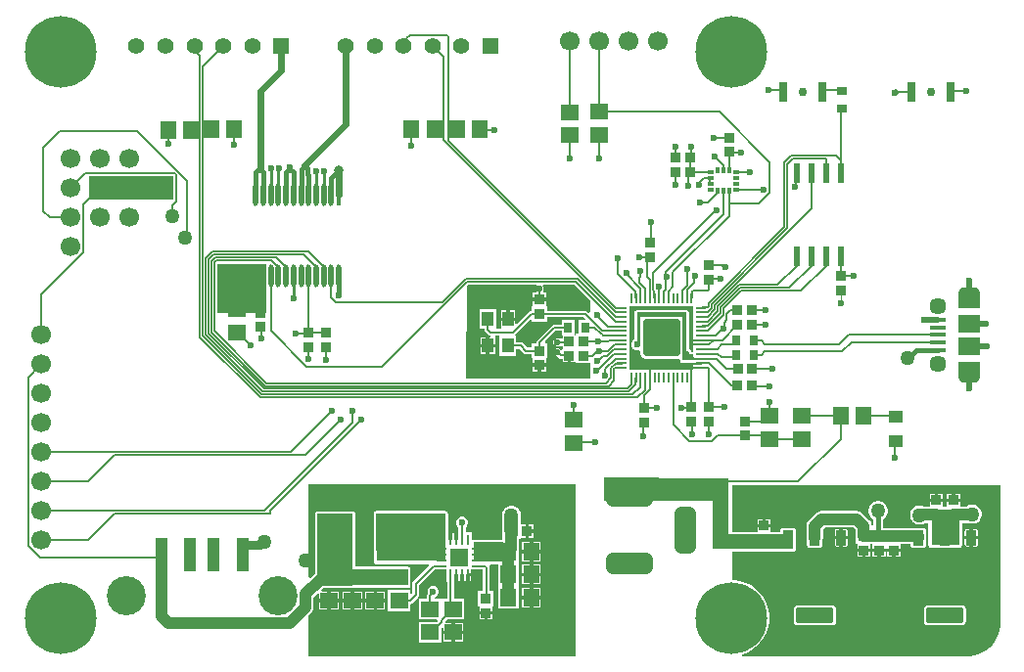
<source format=gtl>
G04*
G04 #@! TF.GenerationSoftware,Altium Limited,Altium Designer,22.11.1 (43)*
G04*
G04 Layer_Physical_Order=1*
G04 Layer_Color=255*
%FSLAX25Y25*%
%MOIN*%
G70*
G04*
G04 #@! TF.SameCoordinates,C353F027-9E8A-41FA-9674-E24DC2C26849*
G04*
G04*
G04 #@! TF.FilePolarity,Positive*
G04*
G01*
G75*
%ADD10C,0.00787*%
%ADD11C,0.00984*%
%ADD12C,0.01968*%
%ADD15C,0.00600*%
%ADD17C,0.00591*%
G04:AMPARAMS|DCode=19|XSize=63.39mil|YSize=22.84mil|CornerRadius=2.85mil|HoleSize=0mil|Usage=FLASHONLY|Rotation=270.000|XOffset=0mil|YOffset=0mil|HoleType=Round|Shape=RoundedRectangle|*
%AMROUNDEDRECTD19*
21,1,0.06339,0.01713,0,0,270.0*
21,1,0.05768,0.02284,0,0,270.0*
1,1,0.00571,-0.00856,-0.02884*
1,1,0.00571,-0.00856,0.02884*
1,1,0.00571,0.00856,0.02884*
1,1,0.00571,0.00856,-0.02884*
%
%ADD19ROUNDEDRECTD19*%
%ADD20R,0.01200X0.02100*%
%ADD21R,0.02100X0.01200*%
%ADD22R,0.04409X0.11339*%
%ADD23R,0.05512X0.05906*%
%ADD24R,0.05906X0.05512*%
G04:AMPARAMS|DCode=25|XSize=76.91mil|YSize=17.01mil|CornerRadius=8.51mil|HoleSize=0mil|Usage=FLASHONLY|Rotation=270.000|XOffset=0mil|YOffset=0mil|HoleType=Round|Shape=RoundedRectangle|*
%AMROUNDEDRECTD25*
21,1,0.07691,0.00000,0,0,270.0*
21,1,0.05990,0.01701,0,0,270.0*
1,1,0.01701,0.00000,-0.02995*
1,1,0.01701,0.00000,0.02995*
1,1,0.01701,0.00000,0.02995*
1,1,0.01701,0.00000,-0.02995*
%
%ADD25ROUNDEDRECTD25*%
%ADD26R,0.01701X0.07691*%
%ADD27R,0.03740X0.03740*%
%ADD28R,0.03740X0.03740*%
%ADD29R,0.02756X0.03543*%
%ADD30R,0.00787X0.03445*%
%ADD31R,0.03445X0.00787*%
%ADD32R,0.04134X0.05118*%
%ADD33R,0.05315X0.01575*%
%ADD34R,0.07480X0.05906*%
G04:AMPARAMS|DCode=35|XSize=51.58mil|YSize=127.56mil|CornerRadius=3.87mil|HoleSize=0mil|Usage=FLASHONLY|Rotation=270.000|XOffset=0mil|YOffset=0mil|HoleType=Round|Shape=RoundedRectangle|*
%AMROUNDEDRECTD35*
21,1,0.05158,0.11982,0,0,270.0*
21,1,0.04384,0.12756,0,0,270.0*
1,1,0.00774,-0.05991,-0.02192*
1,1,0.00774,-0.05991,0.02192*
1,1,0.00774,0.05991,0.02192*
1,1,0.00774,0.05991,-0.02192*
%
%ADD35ROUNDEDRECTD35*%
G04:AMPARAMS|DCode=36|XSize=51.58mil|YSize=36.61mil|CornerRadius=2.75mil|HoleSize=0mil|Usage=FLASHONLY|Rotation=270.000|XOffset=0mil|YOffset=0mil|HoleType=Round|Shape=RoundedRectangle|*
%AMROUNDEDRECTD36*
21,1,0.05158,0.03112,0,0,270.0*
21,1,0.04608,0.03661,0,0,270.0*
1,1,0.00549,-0.01556,-0.02304*
1,1,0.00549,-0.01556,0.02304*
1,1,0.00549,0.01556,0.02304*
1,1,0.00549,0.01556,-0.02304*
%
%ADD36ROUNDEDRECTD36*%
%ADD37R,0.09252X0.12598*%
%ADD38R,0.05900X0.05900*%
%ADD39R,0.01000X0.03600*%
%ADD40R,0.03600X0.01000*%
%ADD41R,0.05118X0.04331*%
%ADD42R,0.03150X0.06693*%
%ADD43R,0.03543X0.02756*%
G04:AMPARAMS|DCode=53|XSize=125.98mil|YSize=125.98mil|CornerRadius=6.3mil|HoleSize=0mil|Usage=FLASHONLY|Rotation=270.000|XOffset=0mil|YOffset=0mil|HoleType=Round|Shape=RoundedRectangle|*
%AMROUNDEDRECTD53*
21,1,0.12598,0.11339,0,0,270.0*
21,1,0.11339,0.12598,0,0,270.0*
1,1,0.01260,-0.05669,-0.05669*
1,1,0.01260,-0.05669,0.05669*
1,1,0.01260,0.05669,0.05669*
1,1,0.01260,0.05669,-0.05669*
%
%ADD53ROUNDEDRECTD53*%
%ADD63R,0.05512X0.05512*%
%ADD64C,0.05512*%
%ADD65C,0.06693*%
%ADD72C,0.24410*%
%ADD73C,0.02953*%
%ADD74C,0.00598*%
%ADD75C,0.03937*%
%ADD76C,0.03150*%
%ADD77C,0.01575*%
%ADD78C,0.02362*%
%ADD79C,0.00394*%
%ADD80C,0.04724*%
%ADD81R,0.10451X0.06500*%
%ADD82R,0.23763X0.16437*%
%ADD83R,0.29000X0.08000*%
%ADD84R,0.16535X0.16929*%
%ADD85R,0.18750X0.08100*%
%ADD86R,0.09800X0.12200*%
%ADD87R,0.18898X0.05610*%
%ADD88R,0.11909X0.24508*%
%ADD89C,0.13291*%
G04:AMPARAMS|DCode=90|XSize=62.99mil|YSize=47.24mil|CornerRadius=11.81mil|HoleSize=0mil|Usage=FLASHONLY|Rotation=180.000|XOffset=0mil|YOffset=0mil|HoleType=Round|Shape=RoundedRectangle|*
%AMROUNDEDRECTD90*
21,1,0.06299,0.02362,0,0,180.0*
21,1,0.03937,0.04724,0,0,180.0*
1,1,0.02362,-0.01968,0.01181*
1,1,0.02362,0.01968,0.01181*
1,1,0.02362,0.01968,-0.01181*
1,1,0.02362,-0.01968,-0.01181*
%
%ADD90ROUNDEDRECTD90*%
G04:AMPARAMS|DCode=91|XSize=62.99mil|YSize=39.37mil|CornerRadius=9.84mil|HoleSize=0mil|Usage=FLASHONLY|Rotation=180.000|XOffset=0mil|YOffset=0mil|HoleType=Round|Shape=RoundedRectangle|*
%AMROUNDEDRECTD91*
21,1,0.06299,0.01968,0,0,180.0*
21,1,0.04331,0.03937,0,0,180.0*
1,1,0.01968,-0.02165,0.00984*
1,1,0.01968,0.02165,0.00984*
1,1,0.01968,0.02165,-0.00984*
1,1,0.01968,-0.02165,-0.00984*
%
%ADD91ROUNDEDRECTD91*%
G04:AMPARAMS|DCode=92|XSize=157.48mil|YSize=70.87mil|CornerRadius=17.72mil|HoleSize=0mil|Usage=FLASHONLY|Rotation=270.000|XOffset=0mil|YOffset=0mil|HoleType=Round|Shape=RoundedRectangle|*
%AMROUNDEDRECTD92*
21,1,0.15748,0.03543,0,0,270.0*
21,1,0.12205,0.07087,0,0,270.0*
1,1,0.03543,-0.01772,-0.06102*
1,1,0.03543,-0.01772,0.06102*
1,1,0.03543,0.01772,0.06102*
1,1,0.03543,0.01772,-0.06102*
%
%ADD92ROUNDEDRECTD92*%
G04:AMPARAMS|DCode=93|XSize=157.48mil|YSize=70.87mil|CornerRadius=17.72mil|HoleSize=0mil|Usage=FLASHONLY|Rotation=180.000|XOffset=0mil|YOffset=0mil|HoleType=Round|Shape=RoundedRectangle|*
%AMROUNDEDRECTD93*
21,1,0.15748,0.03543,0,0,180.0*
21,1,0.12205,0.07087,0,0,180.0*
1,1,0.03543,-0.06102,0.01772*
1,1,0.03543,0.06102,0.01772*
1,1,0.03543,0.06102,-0.01772*
1,1,0.03543,-0.06102,-0.01772*
%
%ADD93ROUNDEDRECTD93*%
%ADD94C,0.05709*%
%ADD95C,0.02362*%
%ADD96C,0.05000*%
%ADD97C,0.03150*%
%ADD98C,0.04724*%
G36*
X157677Y14173D02*
X154134D01*
Y16142D01*
X157677Y16142D01*
Y14173D01*
D02*
G37*
G36*
X26850Y11656D02*
Y7631D01*
X26388Y7440D01*
X25933Y7895D01*
X25573Y8135D01*
X25149Y8220D01*
X12294D01*
Y9769D01*
X11900D01*
Y11443D01*
X7372D01*
Y9769D01*
X6979D01*
Y8220D01*
X6842D01*
X6418Y8135D01*
X6059Y7895D01*
X1830Y3667D01*
X1369Y3858D01*
Y4750D01*
X-1092D01*
X-3553D01*
Y2387D01*
X-3553D01*
X-3697Y1947D01*
X-4647D01*
X-5128Y1994D01*
Y8687D01*
X-10836D01*
Y1994D01*
X-9090D01*
Y1872D01*
X-9005Y1448D01*
X-8765Y1088D01*
X-7733Y56D01*
X-7374Y-184D01*
X-6950Y-268D01*
X-6965Y-762D01*
X-7391D01*
Y-3124D01*
X-5521D01*
Y-769D01*
X-5521Y-762D01*
X-5506Y-268D01*
X-4405D01*
X-3946Y-368D01*
Y-7061D01*
X1762D01*
Y-4823D01*
X2946D01*
X4295Y-6172D01*
X4654Y-6412D01*
X5078Y-6496D01*
X6979D01*
Y-8046D01*
X7372D01*
Y-9719D01*
X9636D01*
X11900D01*
Y-8046D01*
X12294D01*
Y-2731D01*
X11700D01*
X11509Y-2269D01*
X15057Y1280D01*
X17117D01*
Y-172D01*
X17510D01*
Y-1356D01*
X15450D01*
X14989Y-1448D01*
X14599Y-1709D01*
X14338Y-2100D01*
X14246Y-2561D01*
X14338Y-3022D01*
X14599Y-3412D01*
X14989Y-3673D01*
X15450Y-3765D01*
X17510D01*
Y-4601D01*
X17510D01*
Y-4798D01*
X17388Y-5034D01*
X16838Y-5157D01*
X16682Y-5000D01*
X16602Y-4881D01*
X16211Y-4620D01*
X15750Y-4528D01*
X15290Y-4620D01*
X14899Y-4881D01*
X14638Y-5271D01*
X14546Y-5732D01*
Y-5772D01*
X14546Y-5772D01*
X14638Y-6233D01*
X14899Y-6623D01*
X16088Y-7812D01*
X16478Y-8073D01*
X16939Y-8165D01*
X16939Y-8165D01*
X17510D01*
Y-9325D01*
X19184D01*
Y-7061D01*
X20365D01*
Y-9325D01*
X22038D01*
Y-9719D01*
X26850D01*
Y-14919D01*
X26750Y-14961D01*
X-14894D01*
X-15246Y-14605D01*
X-14964Y16612D01*
X-14577Y16999D01*
X8529D01*
X8771Y16499D01*
X8638Y16300D01*
X8546Y15839D01*
Y14297D01*
X7372D01*
Y12624D01*
X11900D01*
Y14297D01*
X10955D01*
Y15839D01*
X10863Y16300D01*
X10730Y16499D01*
X10972Y16999D01*
X21508D01*
X26850Y11656D01*
D02*
G37*
G36*
X159646Y9055D02*
X152165D01*
Y14173D01*
X159646D01*
Y9055D01*
D02*
G37*
G36*
X25286Y5408D02*
X25095Y4947D01*
X23022D01*
Y320D01*
X22038D01*
Y-73D01*
X21447D01*
Y4947D01*
X17117D01*
Y3495D01*
X14598D01*
X14175Y3411D01*
X13815Y3171D01*
X8853Y-1791D01*
X8613Y-2151D01*
X8528Y-2575D01*
Y-2731D01*
X6979D01*
Y-4280D01*
X5537D01*
X4188Y-2932D01*
X3829Y-2691D01*
X3405Y-2607D01*
X1762D01*
Y-368D01*
X1618D01*
X1493Y-168D01*
X1429Y132D01*
X6517Y5220D01*
X6979Y5028D01*
Y4454D01*
X12294D01*
Y6004D01*
X24690D01*
X25286Y5408D01*
D02*
G37*
G36*
X62000Y-5897D02*
X61498D01*
X61369Y-5585D01*
X60815Y-5031D01*
X60503Y-4902D01*
Y7700D01*
X60442Y8007D01*
X60268Y8268D01*
X60007Y8442D01*
X59700Y8503D01*
X42800D01*
X42493Y8442D01*
X42232Y8268D01*
X42058Y8007D01*
X41997Y7700D01*
Y6200D01*
Y-1591D01*
X41746Y-1695D01*
X41192Y-2249D01*
X40893Y-2972D01*
Y-3755D01*
X41192Y-4479D01*
X41746Y-5033D01*
X42470Y-5332D01*
X43253D01*
X43560Y-5205D01*
X44060Y-5539D01*
Y-6671D01*
X44170Y-7224D01*
X44484Y-7693D01*
X44952Y-8006D01*
X45505Y-8116D01*
X56844D01*
X56997Y-8085D01*
X57497Y-8495D01*
Y-8700D01*
X57558Y-9007D01*
X57732Y-9268D01*
X57993Y-9442D01*
X58300Y-9503D01*
X62000D01*
Y-11800D01*
X40300D01*
Y9700D01*
X62000D01*
Y-5897D01*
D02*
G37*
G36*
X59700Y-6700D02*
X62000D01*
Y-7600D01*
X62200D01*
Y-8700D01*
X58300D01*
Y-6700D01*
Y6200D01*
X44000D01*
Y-4000D01*
X42800D01*
Y6200D01*
Y7700D01*
X59700D01*
Y-6700D01*
D02*
G37*
G36*
X159646Y-14173D02*
X152165D01*
Y-9055D01*
X159646D01*
Y-14173D01*
D02*
G37*
G36*
X157677Y-16142D02*
X154134Y-16142D01*
Y-14173D01*
X157677D01*
Y-16142D01*
D02*
G37*
G36*
X73900Y-49100D02*
Y-67900D01*
X96100D01*
Y-73000D01*
X68445D01*
Y-67900D01*
X68655D01*
X68500Y-67845D01*
Y-56600D01*
X48710D01*
Y-55490D01*
X40400D01*
Y-54900D01*
X39810D01*
Y-50921D01*
X34298D01*
X33453Y-51089D01*
X32737Y-51567D01*
X32628Y-51729D01*
X32132Y-51572D01*
X32200Y-49000D01*
X73800D01*
X73900Y-49100D01*
D02*
G37*
G36*
X22047Y-109433D02*
X-68898D01*
Y-95591D01*
X-68067Y-94760D01*
X-67625Y-94184D01*
X-67347Y-93514D01*
X-67253Y-92794D01*
Y-89484D01*
X-65816Y-88047D01*
X-65354Y-88239D01*
Y-89961D01*
X-62598D01*
Y-87402D01*
X-64517D01*
X-64709Y-86940D01*
X-64013Y-86244D01*
X-62795D01*
X-62732Y-86236D01*
X-35039D01*
X-34962Y-86221D01*
X-34449D01*
Y-85967D01*
X-34298Y-85740D01*
X-34236Y-85433D01*
Y-79823D01*
X-34298Y-79516D01*
X-34449Y-79289D01*
Y-79134D01*
X-34653D01*
X-34732Y-79081D01*
X-35039Y-79020D01*
X-53134D01*
Y-60925D01*
X-53195Y-60618D01*
X-53248Y-60539D01*
Y-60236D01*
X-53551D01*
X-53630Y-60184D01*
X-53937Y-60122D01*
X-65847D01*
X-66154Y-60184D01*
X-66414Y-60357D01*
X-66588Y-60618D01*
X-66649Y-60925D01*
Y-81130D01*
X-67130Y-81499D01*
X-68436Y-82805D01*
X-68898Y-82613D01*
Y-50787D01*
X22047D01*
Y-109433D01*
D02*
G37*
G36*
X166520Y-98425D02*
Y-99147D01*
X166332Y-100577D01*
X165958Y-101971D01*
X165406Y-103305D01*
X164684Y-104554D01*
X163806Y-105699D01*
X162786Y-106719D01*
X161641Y-107598D01*
X160391Y-108319D01*
X159058Y-108872D01*
X157664Y-109245D01*
X156233Y-109433D01*
X78526D01*
X78447Y-108933D01*
X79790Y-108497D01*
X81612Y-107569D01*
X83267Y-106367D01*
X84713Y-104920D01*
X85915Y-103266D01*
X86843Y-101444D01*
X87475Y-99499D01*
X87795Y-97479D01*
Y-95434D01*
X87475Y-93414D01*
X86843Y-91469D01*
X85915Y-89647D01*
X84713Y-87993D01*
X83267Y-86547D01*
X81612Y-85345D01*
X79790Y-84416D01*
X77846Y-83785D01*
X75826Y-83465D01*
X75197D01*
Y-73803D01*
X96100D01*
X96407Y-73742D01*
X96668Y-73568D01*
X96842Y-73307D01*
X96903Y-73000D01*
Y-71754D01*
X96970Y-71418D01*
Y-66810D01*
X96887Y-66396D01*
X96653Y-66044D01*
X96301Y-65810D01*
X95887Y-65727D01*
X92775D01*
X92360Y-65810D01*
X92009Y-66044D01*
X91774Y-66396D01*
X91692Y-66810D01*
Y-67097D01*
X88364D01*
Y-65630D01*
X83836D01*
Y-67097D01*
X75197D01*
Y-51181D01*
X166520D01*
Y-98425D01*
D02*
G37*
%LPC*%
G36*
X1369Y8293D02*
X-502D01*
Y5931D01*
X1369D01*
Y8293D01*
D02*
G37*
G36*
X-1683D02*
X-3553D01*
Y5931D01*
X-1683D01*
Y8293D01*
D02*
G37*
G36*
X-8573Y-762D02*
X-10442D01*
Y-3124D01*
X-8573D01*
Y-762D01*
D02*
G37*
G36*
X-5521Y-4306D02*
X-7391D01*
Y-6668D01*
X-5521D01*
Y-4306D01*
D02*
G37*
G36*
X-8573D02*
X-10442D01*
Y-6668D01*
X-8573D01*
Y-4306D01*
D02*
G37*
G36*
X11900Y-10900D02*
X10227D01*
Y-12573D01*
X11900D01*
Y-10900D01*
D02*
G37*
G36*
X9046D02*
X7372D01*
Y-12573D01*
X9046D01*
Y-10900D01*
D02*
G37*
G36*
X46502Y-50921D02*
X40991D01*
Y-54309D01*
X48710D01*
Y-53128D01*
X48542Y-52284D01*
X48063Y-51567D01*
X47347Y-51089D01*
X46502Y-50921D01*
D02*
G37*
G36*
X7677Y-64665D02*
X6004D01*
Y-66339D01*
X7677D01*
Y-64665D01*
D02*
G37*
G36*
Y-67520D02*
X6004D01*
Y-69193D01*
X7677D01*
Y-67520D01*
D02*
G37*
G36*
X533Y-58313D02*
X-333D01*
X-1169Y-58537D01*
X-1918Y-58969D01*
X-2531Y-59582D01*
X-2963Y-60331D01*
X-3187Y-61167D01*
Y-62033D01*
X-3130Y-62249D01*
Y-66699D01*
X-3021Y-67521D01*
X-2977Y-67629D01*
Y-69997D01*
X-13051D01*
X-13475Y-69581D01*
Y-67305D01*
X-15528D01*
Y-65556D01*
X-15064Y-65091D01*
X-14764Y-64368D01*
Y-63585D01*
X-15064Y-62861D01*
X-15617Y-62308D01*
X-16341Y-62008D01*
X-17124D01*
X-17847Y-62308D01*
X-18401Y-62861D01*
X-18701Y-63585D01*
Y-64368D01*
X-18401Y-65091D01*
X-17936Y-65556D01*
Y-67305D01*
X-18019D01*
Y-67699D01*
X-18110D01*
Y-69893D01*
X-19291D01*
Y-67699D01*
X-19594D01*
Y-67699D01*
X-19776D01*
Y-67699D01*
X-20079D01*
Y-69893D01*
X-21260D01*
Y-67699D01*
X-21497D01*
Y-60827D01*
X-21558Y-60519D01*
X-21732Y-60259D01*
X-21993Y-60085D01*
X-22300Y-60024D01*
X-46063D01*
X-46370Y-60085D01*
X-46597Y-60236D01*
X-46752D01*
Y-60441D01*
X-46805Y-60519D01*
X-46866Y-60827D01*
Y-77264D01*
X-46805Y-77571D01*
X-46631Y-77832D01*
X-46370Y-78005D01*
X-46063Y-78067D01*
X-28061D01*
X-27869Y-78528D01*
X-33332Y-83991D01*
X-33593Y-84382D01*
X-33685Y-84842D01*
X-33685Y-84843D01*
Y-88035D01*
X-33982Y-88276D01*
X-34449Y-88072D01*
Y-87008D01*
X-41929D01*
Y-94095D01*
X-34449D01*
Y-91755D01*
X-34449Y-91755D01*
X-33988Y-91664D01*
X-33597Y-91403D01*
X-31629Y-89434D01*
X-31629Y-89434D01*
X-31368Y-89043D01*
X-31276Y-88583D01*
Y-85341D01*
X-25969Y-80034D01*
X-21957D01*
Y-84280D01*
X-21874D01*
Y-89961D01*
X-23319D01*
X-23425Y-89961D01*
Y-89961D01*
X-23819D01*
Y-89961D01*
X-25827D01*
X-25927Y-89461D01*
X-25460Y-89267D01*
X-24906Y-88714D01*
X-24606Y-87990D01*
Y-87207D01*
X-24906Y-86483D01*
X-25460Y-85930D01*
X-26183Y-85630D01*
X-26966D01*
X-27690Y-85930D01*
X-28244Y-86483D01*
X-28543Y-87207D01*
Y-87990D01*
X-28450Y-88216D01*
X-28672Y-88548D01*
X-28763Y-89009D01*
X-28763Y-89009D01*
Y-89961D01*
X-31299D01*
Y-97047D01*
X-25339D01*
X-25140Y-97504D01*
X-25404Y-97835D01*
X-31299D01*
Y-104921D01*
X-23819D01*
Y-99737D01*
X-23468Y-99448D01*
X-23031Y-99634D01*
Y-100787D01*
X-20276D01*
Y-98228D01*
X-22102D01*
X-22398Y-97868D01*
X-22403Y-97728D01*
X-21722Y-97047D01*
X-15945D01*
Y-89961D01*
X-19466D01*
Y-84352D01*
X-19426Y-84280D01*
X-19382D01*
Y-84240D01*
X-19291Y-84149D01*
Y-81693D01*
X-18110D01*
Y-83887D01*
X-17807D01*
X-17322Y-83887D01*
Y-81693D01*
X-16141D01*
Y-83887D01*
X-15838D01*
X-15353Y-83887D01*
Y-81693D01*
X-14763D01*
Y-81102D01*
X-13869D01*
Y-80034D01*
X-9669D01*
Y-87182D01*
X-11258D01*
Y-92497D01*
X-10864D01*
Y-94170D01*
X-6336D01*
Y-92497D01*
X-5943D01*
Y-87182D01*
X-7260D01*
Y-79208D01*
X-7260Y-79208D01*
X-7352Y-78747D01*
X-7448Y-78603D01*
X-7181Y-78103D01*
X-4528D01*
Y-85433D01*
X-4528D01*
Y-85827D01*
X-4528D01*
Y-93307D01*
X2559D01*
Y-85827D01*
X2559D01*
Y-85433D01*
X2559D01*
Y-77953D01*
X2559D01*
Y-77559D01*
X2559D01*
Y-73212D01*
X2583Y-73032D01*
Y-69587D01*
X3150D01*
Y-69193D01*
X4823D01*
Y-66929D01*
Y-64665D01*
X3224D01*
Y-62642D01*
X3387Y-62033D01*
Y-61167D01*
X3163Y-60331D01*
X2731Y-59582D01*
X2118Y-58969D01*
X1369Y-58537D01*
X533Y-58313D01*
D02*
G37*
G36*
X10039Y-70473D02*
X7480D01*
Y-73228D01*
X10039D01*
Y-70473D01*
D02*
G37*
G36*
X6299D02*
X3740D01*
Y-73228D01*
X6299D01*
Y-70473D01*
D02*
G37*
G36*
X10039Y-74410D02*
X7480D01*
Y-77165D01*
X10039D01*
Y-74410D01*
D02*
G37*
G36*
X6299D02*
X3740D01*
Y-77165D01*
X6299D01*
Y-74410D01*
D02*
G37*
G36*
X10039Y-78347D02*
X7480D01*
Y-81102D01*
X10039D01*
Y-78347D01*
D02*
G37*
G36*
X6299D02*
X3740D01*
Y-81102D01*
X6299D01*
Y-78347D01*
D02*
G37*
G36*
X-13869Y-82284D02*
X-14172D01*
Y-83887D01*
X-13869D01*
Y-82284D01*
D02*
G37*
G36*
X10039D02*
X7480D01*
Y-85039D01*
X10039D01*
Y-82284D01*
D02*
G37*
G36*
X6299D02*
X3740D01*
Y-85039D01*
X6299D01*
Y-82284D01*
D02*
G37*
G36*
X10039Y-86221D02*
X7480D01*
Y-88976D01*
X10039D01*
Y-86221D01*
D02*
G37*
G36*
X6299D02*
X3740D01*
Y-88976D01*
X6299D01*
Y-86221D01*
D02*
G37*
G36*
X-42913Y-87402D02*
X-45669D01*
Y-89961D01*
X-42913D01*
Y-87402D01*
D02*
G37*
G36*
X-58661D02*
X-61417D01*
Y-89961D01*
X-58661D01*
Y-87402D01*
D02*
G37*
G36*
X-50787D02*
X-53543D01*
Y-89961D01*
X-50787D01*
Y-87402D01*
D02*
G37*
G36*
X-54724D02*
X-57480D01*
Y-89961D01*
X-54724D01*
Y-87402D01*
D02*
G37*
G36*
X-46850D02*
X-49606D01*
Y-89961D01*
X-46850D01*
Y-87402D01*
D02*
G37*
G36*
X10039Y-90158D02*
X7480D01*
Y-92913D01*
X10039D01*
Y-90158D01*
D02*
G37*
G36*
X6299D02*
X3740D01*
Y-92913D01*
X6299D01*
Y-90158D01*
D02*
G37*
G36*
X-42913Y-91142D02*
X-45669D01*
Y-93701D01*
X-42913D01*
Y-91142D01*
D02*
G37*
G36*
X-46850D02*
X-49606D01*
Y-93701D01*
X-46850D01*
Y-91142D01*
D02*
G37*
G36*
X-50787D02*
X-53543D01*
Y-93701D01*
X-50787D01*
Y-91142D01*
D02*
G37*
G36*
X-54724D02*
X-57480D01*
Y-93701D01*
X-54724D01*
Y-91142D01*
D02*
G37*
G36*
X-58661D02*
X-61417D01*
Y-93701D01*
X-58661D01*
Y-91142D01*
D02*
G37*
G36*
X-62598D02*
X-65354D01*
Y-93701D01*
X-62598D01*
Y-91142D01*
D02*
G37*
G36*
X-6336Y-95351D02*
X-8009D01*
Y-97024D01*
X-6336D01*
Y-95351D01*
D02*
G37*
G36*
X-9191D02*
X-10864D01*
Y-97024D01*
X-9191D01*
Y-95351D01*
D02*
G37*
G36*
X-16339Y-98228D02*
X-19094D01*
Y-100787D01*
X-16339D01*
Y-98228D01*
D02*
G37*
G36*
Y-101969D02*
X-19094D01*
Y-104527D01*
X-16339D01*
Y-101969D01*
D02*
G37*
G36*
X-20276D02*
X-23031D01*
Y-104527D01*
X-20276D01*
Y-101969D01*
D02*
G37*
G36*
X152918Y-54105D02*
X151245D01*
Y-55778D01*
X152918D01*
Y-54105D01*
D02*
G37*
G36*
X150064D02*
X148391D01*
Y-55778D01*
X150064D01*
Y-54105D01*
D02*
G37*
G36*
X147013D02*
X145339D01*
Y-55778D01*
X147013D01*
Y-54105D01*
D02*
G37*
G36*
X144158D02*
X142485D01*
Y-55778D01*
X144158D01*
Y-54105D01*
D02*
G37*
G36*
X152918Y-56959D02*
X148391D01*
Y-58632D01*
X147997D01*
Y-58697D01*
X147406D01*
Y-58632D01*
X147013D01*
Y-56959D01*
X142485D01*
Y-58510D01*
X140669D01*
X140369Y-58337D01*
X139533Y-58113D01*
X138667D01*
X137831Y-58337D01*
X137082Y-58769D01*
X136469Y-59382D01*
X136037Y-60131D01*
X135813Y-60967D01*
Y-61833D01*
X136037Y-62669D01*
X136469Y-63419D01*
X137082Y-64031D01*
X137831Y-64463D01*
X138667Y-64687D01*
X139533D01*
X140369Y-64463D01*
X141051Y-64069D01*
X142097D01*
Y-71700D01*
X142158Y-72007D01*
X142332Y-72268D01*
X142593Y-72442D01*
X142900Y-72503D01*
X152700D01*
X153007Y-72442D01*
X153268Y-72268D01*
X153442Y-72007D01*
X153503Y-71700D01*
Y-64069D01*
X155568D01*
X155731Y-64163D01*
X156567Y-64387D01*
X157433D01*
X158269Y-64163D01*
X159019Y-63731D01*
X159631Y-63118D01*
X160063Y-62369D01*
X160287Y-61533D01*
Y-60667D01*
X160063Y-59831D01*
X159631Y-59082D01*
X159019Y-58469D01*
X158269Y-58037D01*
X157433Y-57813D01*
X156567D01*
X155731Y-58037D01*
X154982Y-58469D01*
X154941Y-58510D01*
X152918D01*
Y-56959D01*
D02*
G37*
G36*
X88364Y-62776D02*
X86690D01*
Y-64449D01*
X88364D01*
Y-62776D01*
D02*
G37*
G36*
X85510D02*
X83836D01*
Y-64449D01*
X85510D01*
Y-62776D01*
D02*
G37*
G36*
X125433Y-56713D02*
X124567D01*
X123731Y-56937D01*
X122982Y-57369D01*
X122369Y-57981D01*
X121937Y-58731D01*
X121713Y-59567D01*
Y-60433D01*
X121937Y-61269D01*
X122369Y-62019D01*
X122982Y-62631D01*
X123394Y-62869D01*
Y-65724D01*
X122858D01*
Y-65106D01*
X122764Y-64387D01*
X122486Y-63716D01*
X122044Y-63141D01*
X119738Y-60834D01*
X119162Y-60393D01*
X118492Y-60115D01*
X117772Y-60020D01*
X105653D01*
X104933Y-60115D01*
X104263Y-60393D01*
X103687Y-60834D01*
X101381Y-63141D01*
X100939Y-63716D01*
X100662Y-64387D01*
X100567Y-65106D01*
Y-69114D01*
X100662Y-69834D01*
X100707Y-69945D01*
Y-71418D01*
X100790Y-71833D01*
X101025Y-72184D01*
X101376Y-72419D01*
X101790Y-72501D01*
X104903D01*
X105317Y-72419D01*
X105668Y-72184D01*
X105903Y-71833D01*
X105985Y-71418D01*
Y-69945D01*
X106031Y-69834D01*
X106126Y-69114D01*
Y-66258D01*
X106804Y-65580D01*
X116621D01*
X117299Y-66258D01*
Y-68504D01*
X117394Y-69223D01*
X117421Y-69290D01*
Y-71161D01*
X117815D01*
Y-72835D01*
X120079D01*
X122343D01*
Y-71284D01*
X122933D01*
Y-72835D01*
X125197D01*
X127461D01*
Y-71284D01*
X128051D01*
Y-72835D01*
X130315D01*
X132579D01*
Y-71284D01*
X135983D01*
Y-71418D01*
X136066Y-71833D01*
X136300Y-72184D01*
X136652Y-72419D01*
X137066Y-72501D01*
X140178D01*
X140593Y-72419D01*
X140944Y-72184D01*
X141179Y-71833D01*
X141261Y-71418D01*
Y-69945D01*
X141307Y-69834D01*
X141402Y-69114D01*
Y-68642D01*
X141307Y-67922D01*
X141261Y-67811D01*
Y-66810D01*
X141179Y-66396D01*
X140944Y-66044D01*
X140593Y-65810D01*
X140178Y-65727D01*
X138507D01*
X138484Y-65724D01*
X130610D01*
X130610Y-65724D01*
X126606D01*
Y-62869D01*
X127018Y-62631D01*
X127631Y-62019D01*
X128063Y-61269D01*
X128287Y-60433D01*
Y-59567D01*
X128063Y-58731D01*
X127631Y-57981D01*
X127018Y-57369D01*
X126269Y-56937D01*
X125433Y-56713D01*
D02*
G37*
G36*
X113918Y-66129D02*
X112953D01*
Y-68524D01*
X114600D01*
Y-66810D01*
X114548Y-66549D01*
X114400Y-66328D01*
X114179Y-66180D01*
X113918Y-66129D01*
D02*
G37*
G36*
X111772D02*
X110806D01*
X110545Y-66180D01*
X110324Y-66328D01*
X110177Y-66549D01*
X110125Y-66810D01*
Y-68524D01*
X111772D01*
Y-66129D01*
D02*
G37*
G36*
X158210D02*
X157244D01*
Y-68524D01*
X158891D01*
Y-66810D01*
X158839Y-66549D01*
X158692Y-66328D01*
X158470Y-66180D01*
X158210Y-66129D01*
D02*
G37*
G36*
X156063D02*
X155097D01*
X154837Y-66180D01*
X154616Y-66328D01*
X154468Y-66549D01*
X154416Y-66810D01*
Y-68524D01*
X156063D01*
Y-66129D01*
D02*
G37*
G36*
X158891Y-69705D02*
X157244D01*
Y-72100D01*
X158210D01*
X158470Y-72048D01*
X158692Y-71900D01*
X158839Y-71679D01*
X158891Y-71418D01*
Y-69705D01*
D02*
G37*
G36*
X156063D02*
X154416D01*
Y-71418D01*
X154468Y-71679D01*
X154616Y-71900D01*
X154837Y-72048D01*
X155097Y-72100D01*
X156063D01*
Y-69705D01*
D02*
G37*
G36*
X114600Y-69705D02*
X112953D01*
Y-72100D01*
X113918D01*
X114179Y-72048D01*
X114400Y-71900D01*
X114548Y-71679D01*
X114600Y-71418D01*
Y-69705D01*
D02*
G37*
G36*
X111772D02*
X110125D01*
Y-71418D01*
X110177Y-71679D01*
X110324Y-71900D01*
X110545Y-72048D01*
X110806Y-72100D01*
X111772D01*
Y-69705D01*
D02*
G37*
G36*
X132579Y-74016D02*
X130905D01*
Y-75689D01*
X132579D01*
Y-74016D01*
D02*
G37*
G36*
X129724D02*
X128051D01*
Y-75689D01*
X129724D01*
Y-74016D01*
D02*
G37*
G36*
X127461D02*
X125787D01*
Y-75689D01*
X127461D01*
Y-74016D01*
D02*
G37*
G36*
X124606D02*
X122933D01*
Y-75689D01*
X124606D01*
Y-74016D01*
D02*
G37*
G36*
X122343D02*
X120669D01*
Y-75689D01*
X122343D01*
Y-74016D01*
D02*
G37*
G36*
X119488D02*
X117815D01*
Y-75689D01*
X119488D01*
Y-74016D01*
D02*
G37*
G36*
X153629Y-92064D02*
X141647D01*
X141189Y-92155D01*
X140800Y-92414D01*
X140541Y-92803D01*
X140450Y-93261D01*
Y-97645D01*
X140541Y-98103D01*
X140800Y-98491D01*
X141189Y-98751D01*
X141647Y-98842D01*
X153629D01*
X154087Y-98751D01*
X154475Y-98491D01*
X154735Y-98103D01*
X154826Y-97645D01*
Y-93261D01*
X154735Y-92803D01*
X154475Y-92414D01*
X154087Y-92155D01*
X153629Y-92064D01*
D02*
G37*
G36*
X109338D02*
X97355D01*
X96897Y-92155D01*
X96509Y-92414D01*
X96249Y-92803D01*
X96158Y-93261D01*
Y-97645D01*
X96249Y-98103D01*
X96509Y-98491D01*
X96897Y-98751D01*
X97355Y-98842D01*
X109338D01*
X109796Y-98751D01*
X110184Y-98491D01*
X110444Y-98103D01*
X110535Y-97645D01*
Y-93261D01*
X110444Y-92803D01*
X110184Y-92414D01*
X109796Y-92155D01*
X109338Y-92064D01*
D02*
G37*
%LPD*%
D10*
X15750Y-5772D02*
Y-5732D01*
Y-5772D02*
X16939Y-6961D01*
X19673D01*
X15450Y-2561D02*
X19550D01*
X19673Y-6961D02*
X19774Y-7061D01*
X19550Y-2561D02*
X19774Y-2337D01*
X67300Y-33900D02*
Y-29463D01*
X67317Y-29447D01*
X-27559Y-89009D02*
X-26575Y-88025D01*
Y-87598D01*
X-27559Y-93504D02*
Y-89009D01*
X-16732Y-63976D02*
X-16732Y-63977D01*
Y-69893D02*
Y-63977D01*
Y-69893D02*
X-16732Y-69893D01*
X9750Y12147D02*
Y15839D01*
X9636Y12033D02*
X9750Y12147D01*
X62262Y-8088D02*
X64708D01*
X-23622Y-97244D02*
X-19882Y-93504D01*
X-24803Y-99016D02*
X-23622Y-97835D01*
Y-97244D01*
X-19882Y-93504D02*
X-19685D01*
X-27559Y-101378D02*
X-25197Y-99016D01*
X-24803D01*
X-32480Y-84842D02*
X-26384Y-78746D01*
X-32480Y-88583D02*
Y-84842D01*
X-34449Y-90551D02*
X-32480Y-88583D01*
X-38189Y-90551D02*
X-34449D01*
X-26384Y-78746D02*
X-23616D01*
X-20670Y-92519D02*
X-19685Y-93504D01*
X-20670Y-92519D02*
Y-81693D01*
X-8926Y-78746D02*
X-8465Y-79208D01*
Y-89567D02*
Y-79208D01*
X-11816Y-78746D02*
X-8926D01*
D11*
X-66486Y47787D02*
Y55856D01*
X-66535Y55905D02*
X-66486Y55856D01*
Y47787D02*
X-66437Y47737D01*
X-79232Y56595D02*
X-79134Y56693D01*
X-79232Y47737D02*
Y56595D01*
X-81840Y47787D02*
Y56447D01*
X-81595Y56693D01*
X-81840Y47787D02*
X-81791Y47737D01*
X-63829Y47787D02*
Y55856D01*
X-63878Y47737D02*
X-63829Y47787D01*
X-74065Y12648D02*
Y19930D01*
X-74114Y19979D02*
X-74065Y19930D01*
Y12648D02*
X-74016Y12598D01*
D12*
X158661Y-14173D02*
X158169Y-13321D01*
X157185D01*
X156693Y-14173D01*
X157185Y-15026D01*
X158169D01*
X158661Y-14173D01*
X155118D02*
X154626Y-13321D01*
X153642D01*
X153150Y-14173D01*
X153642Y-15026D01*
X154626D01*
X155118Y-14173D01*
X158661Y14173D02*
X158169Y15026D01*
X157185D01*
X156693Y14173D01*
X157185Y13321D01*
X158169D01*
X158661Y14173D01*
X155118D02*
X154626Y15026D01*
X153642D01*
X153150Y14173D01*
X153642Y13321D01*
X154626D01*
X155118Y14173D01*
X130700Y82500D02*
X130807D01*
X130984Y82677D01*
X140718Y5118D02*
X145276D01*
X140700Y5100D02*
X140718Y5118D01*
X155900Y18400D02*
X155905Y18395D01*
Y13780D02*
Y18395D01*
X156043Y-3800D02*
X161800D01*
X155905Y-3937D02*
X156043Y-3800D01*
X156142Y3700D02*
X161700D01*
X155905Y3937D02*
X156142Y3700D01*
X155900Y-18100D02*
X155905Y-18094D01*
Y-13780D01*
D15*
X70269Y-6513D02*
X71450Y-7694D01*
X75978D01*
X76765Y-6907D01*
X64708Y-6513D02*
X70269D01*
X64708Y-4939D02*
X70119D01*
X71699Y-3359D01*
X75687D01*
X76765Y-2281D01*
Y-1887D01*
D17*
X85132D02*
X86362Y-3118D01*
X111676D01*
X82671Y-1887D02*
X85132D01*
X111676Y-3118D02*
X114794Y0D01*
X82671Y-6907D02*
X85132D01*
X86362Y-5677D02*
X112736D01*
X85132Y-6907D02*
X86362Y-5677D01*
X112736D02*
X115854Y-2559D01*
X145276D01*
X114794Y0D02*
X145276D01*
D19*
X112200Y26707D02*
D03*
X107200D02*
D03*
X102200D02*
D03*
X97200D02*
D03*
Y55093D02*
D03*
X102200D02*
D03*
X107200D02*
D03*
X112200D02*
D03*
D20*
X74269Y49000D02*
D03*
X72300D02*
D03*
X70332D02*
D03*
Y56000D02*
D03*
X72300D02*
D03*
X74269D02*
D03*
D21*
X67850Y49547D02*
D03*
Y51516D02*
D03*
Y53484D02*
D03*
Y55453D02*
D03*
X76750D02*
D03*
Y53484D02*
D03*
Y51516D02*
D03*
Y49547D02*
D03*
D22*
X-119079Y-74805D02*
D03*
X-109237D02*
D03*
X-101363D02*
D03*
X-91521D02*
D03*
D23*
X-116874Y69900D02*
D03*
X-109000D02*
D03*
X-94226Y70000D02*
D03*
X-102100D02*
D03*
X-18500D02*
D03*
X-10626D02*
D03*
X-26100D02*
D03*
X-33974D02*
D03*
X112205Y-27559D02*
D03*
X120079D02*
D03*
X-984Y-73819D02*
D03*
X6890D02*
D03*
X-984Y-89567D02*
D03*
X6890D02*
D03*
X-984Y-81693D02*
D03*
X6890D02*
D03*
D24*
X20000Y68063D02*
D03*
Y75937D02*
D03*
X30000Y68126D02*
D03*
Y76000D02*
D03*
X87795Y-35433D02*
D03*
X21400Y-28863D02*
D03*
Y-36737D02*
D03*
X-38189Y-82677D02*
D03*
Y-90551D02*
D03*
X-46260Y-82677D02*
D03*
Y-90551D02*
D03*
X87795Y-27559D02*
D03*
X-93307Y8661D02*
D03*
Y787D02*
D03*
X98819Y-27559D02*
D03*
Y-35433D02*
D03*
X-19685Y-101378D02*
D03*
Y-93504D02*
D03*
X-27559Y-101378D02*
D03*
Y-93504D02*
D03*
X-54134Y-90551D02*
D03*
Y-82677D02*
D03*
X-62008Y-90551D02*
D03*
Y-82677D02*
D03*
D25*
X-58760Y19979D02*
D03*
X-61319D02*
D03*
X-63878D02*
D03*
X-66437D02*
D03*
X-68996D02*
D03*
X-71555D02*
D03*
X-74114D02*
D03*
X-76673D02*
D03*
X-79232D02*
D03*
X-81791D02*
D03*
X-84350D02*
D03*
X-86910D02*
D03*
Y47737D02*
D03*
X-84350D02*
D03*
X-81791D02*
D03*
X-79232D02*
D03*
X-76673D02*
D03*
X-74114D02*
D03*
X-71555D02*
D03*
X-68996D02*
D03*
X-66437D02*
D03*
X-63878D02*
D03*
X-61319D02*
D03*
D26*
X-58760D02*
D03*
D27*
X-85433Y2657D02*
D03*
Y7579D02*
D03*
X112200Y15139D02*
D03*
Y20061D02*
D03*
X9636Y12033D02*
D03*
Y7112D02*
D03*
Y-10309D02*
D03*
Y-5388D02*
D03*
X67317Y-29447D02*
D03*
Y-24525D02*
D03*
X45269Y-29742D02*
D03*
Y-24821D02*
D03*
X67400Y23861D02*
D03*
Y18939D02*
D03*
X61411Y-29447D02*
D03*
Y-24525D02*
D03*
X47200Y26539D02*
D03*
Y31461D02*
D03*
X130315Y-73425D02*
D03*
Y-68504D02*
D03*
X86100Y-65039D02*
D03*
Y-69961D02*
D03*
X120079Y-73425D02*
D03*
Y-68504D02*
D03*
X125197Y-73425D02*
D03*
Y-68504D02*
D03*
X150654Y-56368D02*
D03*
Y-61290D02*
D03*
X144749Y-56368D02*
D03*
Y-61290D02*
D03*
X74300Y62339D02*
D03*
Y67261D02*
D03*
X79528Y-34350D02*
D03*
Y-29429D02*
D03*
X-68898Y787D02*
D03*
Y-4134D02*
D03*
X-62992Y787D02*
D03*
Y-4134D02*
D03*
X-8600Y-94761D02*
D03*
Y-89839D02*
D03*
D28*
X77159Y-11631D02*
D03*
X82080D02*
D03*
X81982Y8447D02*
D03*
X77061D02*
D03*
Y3329D02*
D03*
X81982D02*
D03*
X19774Y-2337D02*
D03*
X24695D02*
D03*
X19774Y-7061D02*
D03*
X24695D02*
D03*
X77061Y-17143D02*
D03*
X81982D02*
D03*
X5413Y-66929D02*
D03*
X492D02*
D03*
X60921Y55300D02*
D03*
X56000D02*
D03*
X60921Y60400D02*
D03*
X56000D02*
D03*
D29*
X76765Y-6907D02*
D03*
X82671D02*
D03*
X76765Y-1887D02*
D03*
X82671D02*
D03*
X25187Y2387D02*
D03*
X19282D02*
D03*
D30*
X61411Y12532D02*
D03*
X59836D02*
D03*
X58261D02*
D03*
X56687D02*
D03*
X55112D02*
D03*
X53537D02*
D03*
X51962D02*
D03*
X50387D02*
D03*
X48813D02*
D03*
X47238D02*
D03*
X45663D02*
D03*
X44088D02*
D03*
X42513D02*
D03*
X40939D02*
D03*
Y-14535D02*
D03*
X42513D02*
D03*
X44088D02*
D03*
X45663D02*
D03*
X47238D02*
D03*
X48813D02*
D03*
X50387D02*
D03*
X51962D02*
D03*
X53537D02*
D03*
X55112D02*
D03*
X56687D02*
D03*
X58261D02*
D03*
X59836D02*
D03*
X61411D02*
D03*
D31*
X37641Y9235D02*
D03*
Y7660D02*
D03*
Y6085D02*
D03*
Y4510D02*
D03*
Y2935D02*
D03*
Y1361D02*
D03*
Y-214D02*
D03*
Y-1789D02*
D03*
Y-3364D02*
D03*
Y-4939D02*
D03*
Y-6513D02*
D03*
Y-8088D02*
D03*
Y-9663D02*
D03*
Y-11238D02*
D03*
X64708D02*
D03*
Y-9663D02*
D03*
Y-8088D02*
D03*
Y-6513D02*
D03*
Y-4939D02*
D03*
Y-3364D02*
D03*
Y-1789D02*
D03*
Y-214D02*
D03*
Y1361D02*
D03*
Y2935D02*
D03*
Y4510D02*
D03*
Y6085D02*
D03*
Y7660D02*
D03*
Y9235D02*
D03*
D32*
X-1092Y5340D02*
D03*
X-7982Y-3715D02*
D03*
Y5340D02*
D03*
X-1092Y-3715D02*
D03*
D33*
X145276Y0D02*
D03*
Y-2559D02*
D03*
Y-5118D02*
D03*
Y2559D02*
D03*
Y5118D02*
D03*
D34*
X155905Y-3937D02*
D03*
Y3937D02*
D03*
D35*
X103347Y-95453D02*
D03*
X147638D02*
D03*
D36*
X94331Y-69114D02*
D03*
X103347D02*
D03*
X112362D02*
D03*
X138622D02*
D03*
X147638D02*
D03*
X156653D02*
D03*
D37*
X-41339Y-67323D02*
D03*
X-58661D02*
D03*
D38*
X-17716Y-75793D02*
D03*
D39*
X-20670Y-69893D02*
D03*
X-18701D02*
D03*
X-16732D02*
D03*
X-14763D02*
D03*
Y-81693D02*
D03*
X-16732D02*
D03*
X-18701D02*
D03*
X-20670D02*
D03*
D40*
X-11816Y-72839D02*
D03*
Y-74808D02*
D03*
Y-76777D02*
D03*
Y-78746D02*
D03*
X-23616D02*
D03*
Y-76777D02*
D03*
Y-74808D02*
D03*
Y-72839D02*
D03*
D41*
X131102Y-36220D02*
D03*
Y-27953D02*
D03*
D42*
X136307Y82677D02*
D03*
X149693D02*
D03*
X105893D02*
D03*
X92507D02*
D03*
D43*
X112700Y77047D02*
D03*
Y82953D02*
D03*
D53*
X51175Y-1002D02*
D03*
D63*
X-78347Y98425D02*
D03*
X-7087D02*
D03*
D64*
X-88189D02*
D03*
X-98032D02*
D03*
X-107874D02*
D03*
X-117717D02*
D03*
X-127559D02*
D03*
X-16929D02*
D03*
X-26772D02*
D03*
X-36614D02*
D03*
X-46457D02*
D03*
X-56299D02*
D03*
D65*
X-160000Y-70000D02*
D03*
Y-60000D02*
D03*
Y-30000D02*
D03*
Y-10000D02*
D03*
Y0D02*
D03*
Y-20000D02*
D03*
X-130000Y60000D02*
D03*
Y50000D02*
D03*
Y40000D02*
D03*
X-140000Y60000D02*
D03*
Y50000D02*
D03*
Y40000D02*
D03*
X-150000Y50000D02*
D03*
Y40000D02*
D03*
Y30000D02*
D03*
Y60000D02*
D03*
X50000Y100000D02*
D03*
X20000D02*
D03*
X30000D02*
D03*
X40000D02*
D03*
X-160000Y-40000D02*
D03*
Y-50000D02*
D03*
D72*
X74803Y-96457D02*
D03*
X-153543D02*
D03*
X74803Y96457D02*
D03*
X-153543D02*
D03*
D73*
X143000Y82677D02*
D03*
X99200D02*
D03*
D74*
X112218Y59300D02*
Y76565D01*
Y57739D02*
Y59300D01*
X110541Y60959D02*
X112200Y59300D01*
Y55493D02*
Y57739D01*
X95382Y60959D02*
X110541D01*
X-81791Y1419D02*
Y19979D01*
X-69620Y-10752D02*
X-43895D01*
X-81791Y1419D02*
X-69620Y-10752D01*
X52706Y16109D02*
Y21525D01*
X72300Y41119D01*
X55100Y21360D02*
X74269Y40528D01*
X53632Y14882D02*
X55100Y16350D01*
Y21360D01*
X-160000Y-50000D02*
X-144000D01*
X30000Y76000D02*
Y100000D01*
X70837Y76000D02*
X88103Y58734D01*
X30000Y76000D02*
X70837D01*
X74269Y44713D02*
Y48898D01*
Y40528D02*
Y44713D01*
X88103Y48561D02*
Y58734D01*
X84255Y44713D02*
X88103Y48561D01*
X74269Y44713D02*
X84255D01*
X-144000Y-50000D02*
X-135000Y-41000D01*
X-70000D01*
X-58000Y-29000D01*
X-160000Y-40000D02*
X-75000D01*
X-61000Y-26000D01*
X-84016Y-60000D02*
X-54000Y-29984D01*
X-160000Y-60000D02*
X-84016D01*
X-54000Y-29984D02*
Y-26000D01*
X-81992Y-60992D02*
Y-59992D01*
X-51000Y-29000D01*
X-160000Y-70000D02*
X-144000D01*
X-134992Y-60992D02*
X-81992D01*
X-144000Y-70000D02*
X-134992Y-60992D01*
X29300Y6527D02*
Y6900D01*
Y6527D02*
X32891Y2935D01*
X37641D01*
X29748Y-2337D02*
X32810D01*
X29700Y-2289D02*
X29748Y-2337D01*
X24695D02*
X24744Y-2289D01*
X29700D01*
X31421Y-214D02*
X37641D01*
X30452Y368D02*
X30839D01*
X31421Y-214D01*
X28433Y2387D02*
X30452Y368D01*
X32810Y-2337D02*
X33358Y-1789D01*
X9636Y7112D02*
X25149D01*
X30900Y1361D02*
X37641D01*
X25149Y7112D02*
X30900Y1361D01*
X25187Y2387D02*
X28433D01*
X29371Y-5437D02*
X29777D01*
X27746Y-7061D02*
X29371Y-5437D01*
X31221Y-7200D02*
X32735D01*
X29591Y-8830D02*
X31221Y-7200D01*
X29302Y-8830D02*
X29591D01*
X41442Y-20369D02*
X43994Y-17817D01*
X-83365Y-16400D02*
X32366D01*
X-84598Y-19376D02*
X39901D01*
X-106047Y-733D02*
X-85420Y-21361D01*
X-85009Y-20369D02*
X41442D01*
X-84187Y-18384D02*
X39490D01*
X-85420Y-21361D02*
X43047D01*
X-83776Y-17392D02*
X33281D01*
X-102079Y911D02*
X-83776Y-17392D01*
X-101087Y1322D02*
X-83365Y-16400D01*
X32366D02*
X34047Y-14719D01*
X33281Y-17392D02*
X35039Y-15634D01*
X-103071Y500D02*
X-84187Y-18384D01*
X39490D02*
X40939Y-16935D01*
X-104063Y89D02*
X-84598Y-19376D01*
X39901D02*
X42419Y-16858D01*
X43047Y-21361D02*
X45663Y-18744D01*
X-105055Y-322D02*
X-85009Y-20369D01*
X43994Y-17817D02*
Y-14629D01*
X35039Y-15634D02*
Y-11588D01*
X34047Y-14719D02*
Y-11177D01*
X45663Y-18744D02*
Y-14535D01*
X-63169Y-8484D02*
Y-4311D01*
X-43895Y-10752D02*
X-15036Y18107D01*
X59836Y15326D02*
X62431Y17921D01*
Y19931D02*
X62500Y20000D01*
X59836Y12532D02*
Y15326D01*
X62431Y17921D02*
Y19931D01*
X60000Y16893D02*
Y22500D01*
X58261Y12532D02*
Y15154D01*
X60000Y16893D01*
X-160000Y13731D02*
X-145567Y28164D01*
Y44433D01*
X-140000Y50000D01*
X-160000Y0D02*
Y13731D01*
X-159350Y42224D02*
X-157126Y40000D01*
X-159350Y42224D02*
Y63779D01*
X-153839Y69291D01*
X-160546Y-75724D02*
X-118843D01*
X-164433Y-71836D02*
X-160546Y-75724D01*
X-164433Y-71836D02*
Y-14433D01*
X-160000Y-10000D01*
X53537Y12532D02*
X53632Y12626D01*
Y14882D01*
X50413Y16273D02*
X50438Y16299D01*
X51962Y12532D02*
X52057Y12626D01*
Y14710D01*
X52706Y15360D02*
Y16109D01*
X52057Y14710D02*
X52706Y15360D01*
X50413Y12557D02*
Y16273D01*
X67713Y51516D02*
Y53484D01*
X64200Y45100D02*
X67006D01*
X70332Y48425D02*
Y48898D01*
X67006Y45100D02*
X70332Y48425D01*
X76887Y49547D02*
X76910Y49524D01*
X85812D01*
X85835Y49500D01*
X69500Y42500D02*
X69900D01*
X72300Y41119D02*
Y48898D01*
X48171Y21171D02*
X69500Y42500D01*
X39168Y20861D02*
X44088Y15941D01*
X39168Y20861D02*
Y21163D01*
X44088Y12532D02*
Y15941D01*
X36332Y20791D02*
X42419Y14704D01*
X36332Y20791D02*
Y25961D01*
X43701Y19457D02*
X44000Y19756D01*
Y21756D01*
X44079Y21835D01*
X43701Y17731D02*
Y19457D01*
X46347Y19653D02*
X47143Y18857D01*
X46347Y25686D02*
X47200Y26539D01*
X46347Y19653D02*
Y25686D01*
X43700Y26600D02*
X47139D01*
X47200Y26539D01*
X48171Y15354D02*
Y21171D01*
X130984Y82677D02*
X136307D01*
X112218Y76565D02*
X112700Y77047D01*
X95793Y59967D02*
X106868D01*
X93084Y58661D02*
X95382Y60959D01*
X107218Y55711D02*
Y59616D01*
X106868Y59967D02*
X107218Y59616D01*
X-116600Y65100D02*
Y69626D01*
X-116874Y69900D02*
X-116600Y69626D01*
X-94300Y69926D02*
X-94226Y70000D01*
X-94300Y64700D02*
Y69926D01*
X-107874Y97096D02*
Y98425D01*
Y97096D02*
X-106047Y95269D01*
Y-733D02*
Y95269D01*
X-105055Y-322D02*
Y91402D01*
X-102079Y911D02*
Y25271D01*
X-103071Y500D02*
Y25681D01*
X-105055Y91402D02*
X-98032Y98425D01*
X-104063Y89D02*
Y26092D01*
X-101087Y1322D02*
Y24859D01*
X-100450Y25496D02*
X-81573D01*
X-104063Y26092D02*
X-101683Y28473D01*
X-101087Y24859D02*
X-100450Y25496D01*
X-102079Y25271D02*
X-100861Y26488D01*
X-103071Y25681D02*
X-101272Y27480D01*
X31780Y-13780D02*
X31951Y-13608D01*
X29063Y-12186D02*
X29152D01*
X34825Y-6513D01*
X31951Y-13608D02*
Y-11701D01*
X35469Y-8183D01*
X-10526Y69900D02*
X-5600D01*
X-10626Y70000D02*
X-10526Y69900D01*
X-34000Y64500D02*
Y69974D01*
X-33974Y70000D01*
X-23100Y66323D02*
X35469Y7754D01*
X-23100Y66323D02*
Y94753D01*
X-26772Y98425D02*
X-23100Y94753D01*
X-21508Y66193D02*
Y101771D01*
Y66193D02*
X35450Y9235D01*
X37641D01*
X20000Y60063D02*
Y68063D01*
X30000Y60126D02*
Y68126D01*
X20000Y77874D02*
Y100000D01*
X74300Y62339D02*
X74439Y62200D01*
X78400D01*
X-22004Y102268D02*
X-21508Y101771D01*
X-34445Y102268D02*
X-22004D01*
X82200Y-11512D02*
X88800D01*
X82080Y-11631D02*
X82200Y-11512D01*
X112261Y20000D02*
X116600D01*
X112200Y20061D02*
X112261Y20000D01*
X81982Y3329D02*
X82053Y3400D01*
X86700D01*
X82135Y8600D02*
X86700D01*
X81982Y8447D02*
X82135Y8600D01*
X149693Y82677D02*
X150016Y83000D01*
X155000D01*
X-110925Y33169D02*
X-110375Y33719D01*
Y52315D01*
X-115453Y40354D02*
Y44010D01*
X-113913Y45550D01*
X-127351Y69291D02*
X-110375Y52315D01*
X-113913Y45550D02*
Y54450D01*
X-144913Y55087D02*
X-114550D01*
X-153839Y69291D02*
X-127351D01*
X-150000Y50000D02*
X-144913Y55087D01*
X-114550D02*
X-113913Y54450D01*
X-157126Y40000D02*
X-150000D01*
X42419Y12626D02*
Y14704D01*
Y12626D02*
X42513Y12532D01*
X43701Y17731D02*
X45663Y15769D01*
Y12532D02*
Y15769D01*
X48171Y15354D02*
X48718Y14806D01*
X47143Y12626D02*
Y18857D01*
X48718Y12626D02*
Y14806D01*
Y12626D02*
X48813Y12532D01*
X50387D02*
X50413Y12557D01*
X47143Y12626D02*
X47238Y12532D01*
X130709Y-41732D02*
Y-36614D01*
X131102Y-36220D01*
X125000Y-68307D02*
X125197Y-68504D01*
X81274Y55426D02*
X81300Y55400D01*
X76887Y55453D02*
X76913Y55426D01*
X81274D01*
X55900Y60500D02*
Y64200D01*
Y60500D02*
X56000Y60400D01*
Y51100D02*
Y55300D01*
X60400Y50800D02*
Y54779D01*
X60921Y55300D01*
X63800Y51669D02*
X65616Y53484D01*
X63800Y51200D02*
Y51669D01*
X-23428Y11118D02*
X-15447Y19099D01*
X-61319Y12836D02*
X-59601Y11118D01*
X-23428D01*
X-61319Y12836D02*
Y19979D01*
X-15447Y19099D02*
X22549D01*
X35469Y6179D01*
X-93110Y787D02*
X-88779Y-3543D01*
X-93307Y787D02*
X-93110D01*
X-88779Y-3543D02*
X-88681D01*
X-85138Y-1181D02*
Y2362D01*
X-85433Y2657D02*
X-85138Y2362D01*
X19702Y-27165D02*
X21358Y-28821D01*
Y-23819D01*
Y-28821D02*
X21400Y-28863D01*
X21424Y-36713D02*
X28740D01*
X21400Y-36737D02*
X21424Y-36713D01*
X35390Y-11238D02*
X37641D01*
X35039Y-11588D02*
X35390Y-11238D01*
X35467Y-9758D02*
X37547D01*
X34047Y-11177D02*
X35467Y-9758D01*
X35469Y7754D02*
X37547D01*
X35469Y6179D02*
X37547D01*
X-15036Y18107D02*
X21966D01*
X35469Y4605D01*
X37547D01*
Y7754D02*
X37641Y7660D01*
X-35674Y99365D02*
Y101039D01*
X-36614Y98425D02*
X-35674Y99365D01*
Y101039D02*
X-34445Y102268D01*
X32735Y-7200D02*
X34997Y-4939D01*
X37641D01*
X34825Y-6513D02*
X37641D01*
X42419Y-14629D02*
X42513Y-14535D01*
X42419Y-16858D02*
Y-14629D01*
X43994D02*
X44088Y-14535D01*
X-6950Y839D02*
X570D01*
X-7982Y1872D02*
X-6950Y839D01*
X570D02*
X6842Y7112D01*
X35124Y-3364D02*
X37641D01*
X29777Y-5437D02*
X33050D01*
X35124Y-3364D01*
X24695Y-7061D02*
X27746D01*
X35469Y-8183D02*
X37547D01*
X37641Y-8088D01*
X40939Y-16935D02*
Y-14535D01*
X-63878Y19979D02*
Y23155D01*
X-101683Y28473D02*
X-69195D01*
X-63878Y23155D01*
X-66437Y19979D02*
Y23155D01*
X-70762Y27480D02*
X-66437Y23155D01*
X-101272Y27480D02*
X-70762D01*
X37547Y6179D02*
X37641Y6085D01*
X37547Y-9758D02*
X37641Y-9663D01*
X-7982Y1872D02*
Y5340D01*
X-80007Y26488D02*
X-76673Y23155D01*
X-81573Y25496D02*
X-79232Y23155D01*
Y19979D02*
Y23155D01*
X-100861Y26488D02*
X-80007D01*
X-76673Y19979D02*
Y23155D01*
X37547Y4605D02*
X37641Y4510D01*
X45269Y-20541D02*
X47238Y-18572D01*
X45269Y-24821D02*
Y-20541D01*
X47238Y-18572D02*
Y-14535D01*
X6842Y7112D02*
X9636D01*
Y-5388D02*
Y-2575D01*
X14598Y2387D01*
X19282D01*
X-73405Y571D02*
X-69114D01*
X-68898Y787D01*
X-63169Y-4311D02*
X-62992Y-4134D01*
X-68898Y-8268D02*
Y-4134D01*
Y787D02*
X-62992D01*
X-68996Y886D02*
Y19979D01*
Y886D02*
X-68898Y787D01*
X55112Y-30719D02*
X60561Y-36168D01*
X55112Y-30719D02*
Y-14535D01*
X57874Y-24803D02*
X61133D01*
X61411Y-24525D01*
X60561Y-36168D02*
X68350D01*
X70167Y-34350D01*
X79528D01*
X72835Y-50000D02*
X97638D01*
X112205Y-35433D01*
Y-27559D01*
X130709D02*
X131102Y-27953D01*
X120079Y-27559D02*
X130709D01*
X112205Y-27559D02*
X112205Y-27559D01*
X98819Y-27559D02*
X112205D01*
X87795Y-35433D02*
X98819D01*
X79528Y-34350D02*
X86713D01*
X87795Y-35433D01*
X79528Y-29429D02*
X85925D01*
X87795Y-27559D01*
Y-22835D01*
X47238Y-14535D02*
Y-11338D01*
X47200Y-11300D02*
X47238Y-11338D01*
X67491Y-24700D02*
X72600D01*
X67317Y-24525D02*
X67491Y-24700D01*
X45290Y-24800D02*
X49600D01*
X45269Y-24821D02*
X45290Y-24800D01*
X73417Y-11631D02*
X77159D01*
X69874Y-8088D02*
X73417Y-11631D01*
X64708Y-8088D02*
X69874D01*
X82539Y-17700D02*
X88100D01*
X81982Y-17143D02*
X82539Y-17700D01*
X61200Y60679D02*
Y64200D01*
X60921Y60400D02*
X61200Y60679D01*
X65616Y53484D02*
X67713D01*
X69327Y60800D02*
X72300Y57827D01*
Y56102D02*
Y57827D01*
X69200Y60800D02*
X69327D01*
X61074Y55453D02*
X67713D01*
X60921Y55300D02*
X61074Y55453D01*
X60921Y55300D02*
Y60400D01*
X68900Y67100D02*
X74139D01*
X74300Y67261D01*
X74269Y56102D02*
Y62308D01*
X74300Y62339D01*
X47200Y31461D02*
X47500Y31761D01*
Y38600D01*
X67400Y18939D02*
X67661Y19200D01*
X71400D01*
X67129Y10808D02*
X93084Y36763D01*
X68121Y10397D02*
X94076Y36352D01*
Y58250D02*
X95793Y59967D01*
X94076Y36352D02*
Y58250D01*
X93084Y36763D02*
Y58661D01*
X98774Y14974D02*
X107218Y23418D01*
X78310Y14974D02*
X98774D01*
X107218Y23418D02*
Y27325D01*
X71313Y9379D02*
X77899Y15966D01*
X72305Y8968D02*
X78310Y14974D01*
X72305Y6879D02*
Y8968D01*
X71313Y7462D02*
Y9379D01*
X66881Y7754D02*
X68121Y8995D01*
X102218Y43091D02*
Y55711D01*
X69328Y8627D02*
Y10201D01*
X102218Y43091D01*
X68121Y8995D02*
Y10397D01*
X70320Y9790D02*
X77488Y16958D01*
X67129Y9680D02*
Y10808D01*
X64708Y9235D02*
X64803Y9329D01*
X66778D01*
X67129Y9680D01*
X73297Y7097D02*
X74643Y8444D01*
X73297Y5065D02*
Y7097D01*
X74643Y8444D02*
X77057D01*
X77061Y8447D01*
X66881Y1455D02*
X72305Y6879D01*
X77899Y15966D02*
X94566D01*
X77488Y16958D02*
X90758D01*
X66881Y3030D02*
X71313Y7462D01*
X66967Y4605D02*
X70320Y7959D01*
Y9790D01*
X66786Y6085D02*
X69328Y8627D01*
X72493Y4261D02*
X73297Y5065D01*
X64803Y4605D02*
X66967D01*
X64803Y7754D02*
X66881D01*
X64708Y7660D02*
X64803Y7754D01*
X64708Y6085D02*
X66786D01*
X64708Y1361D02*
X64803Y1455D01*
X66881D01*
X64803Y3030D02*
X66881D01*
X64708Y2935D02*
X64803Y3030D01*
X64708Y4510D02*
X64803Y4605D01*
X72423Y23000D02*
X72900D01*
X67400Y23861D02*
X71562D01*
X72423Y23000D01*
X61506Y14849D02*
X61856Y15200D01*
X67049D01*
X67400Y15551D02*
Y18939D01*
X61506Y12626D02*
Y14849D01*
X67049Y15200D02*
X67400Y15551D01*
X61411Y12532D02*
X61506Y12626D01*
X96927Y50655D02*
Y55420D01*
X96636Y50364D02*
X96927Y50655D01*
Y55420D02*
X97218Y55711D01*
X67380Y23880D02*
X67400Y23861D01*
X112200Y20061D02*
X112218Y20079D01*
Y27325D01*
X61411Y-11189D02*
X61600Y-11000D01*
X61411Y-14535D02*
Y-11189D01*
X61838Y-11238D02*
X64708D01*
X61600Y-11000D02*
X61838Y-11238D01*
X62000Y-9787D02*
X62650D01*
X62679Y-9758D02*
X64614D01*
X62650Y-9787D02*
X62679Y-9758D01*
X64614D02*
X64708Y-9663D01*
X90758Y16958D02*
X97218Y23418D01*
Y27325D01*
X71943Y-1789D02*
X77061Y3329D01*
X33358Y-1789D02*
X37641D01*
X3405Y-3715D02*
X5078Y-5388D01*
X-1092Y-3715D02*
X3405D01*
X5078Y-5388D02*
X9636D01*
X94566Y15966D02*
X102209Y23609D01*
X74843Y-17143D02*
X77061D01*
X102209Y27316D02*
X102218Y27325D01*
X102209Y23609D02*
Y27316D01*
X45100Y-34600D02*
Y-29911D01*
X45269Y-29742D01*
X61300Y-1500D02*
X61589Y-1789D01*
X61500Y-2800D02*
X62064Y-3364D01*
X72100Y2300D02*
X72493Y2693D01*
Y4261D01*
X71982Y2182D02*
X72218D01*
X69586Y-214D02*
X71982Y2182D01*
X67363Y-9663D02*
X74843Y-17143D01*
X64708Y-9663D02*
X67363D01*
X67317Y-24525D02*
Y-11468D01*
X64708Y-11238D02*
X67086D01*
X67317Y-11468D01*
X61411Y-29447D02*
X61500Y-29535D01*
Y-33900D02*
Y-29535D01*
X61411Y-24525D02*
Y-14535D01*
Y-24525D02*
X61411Y-24525D01*
X64708Y-3364D02*
X67314D01*
X61589Y-1789D02*
X64708D01*
X68889D01*
X67314Y-3364D02*
X68889Y-1789D01*
X71943D01*
X62064Y-3364D02*
X64708D01*
Y-214D02*
X69586D01*
X87700Y83400D02*
X92507D01*
X112253D02*
X112700Y82953D01*
X105893Y83400D02*
X112253D01*
D75*
X-119079Y-95995D02*
X-116773Y-98302D01*
X-75540D01*
X-119079Y-95995D02*
Y-74805D01*
X-75540Y-98302D02*
X-70032Y-92794D01*
Y-88332D01*
X-65165Y-83465D01*
X-62795D01*
X-62008Y-82677D01*
X-197Y-73032D02*
Y-66943D01*
X-984Y-73819D02*
X-197Y-73032D01*
Y-66943D02*
X47Y-66699D01*
X156810Y-61290D02*
X157000Y-61100D01*
X150654Y-61290D02*
X156810D01*
X139100Y-61400D02*
X139210Y-61290D01*
X144749D01*
X138484Y-68504D02*
X138622Y-68642D01*
X130315Y-68504D02*
X130610D01*
X130610Y-68504D01*
X138484D01*
X138622Y-69114D02*
Y-68642D01*
X103347Y-65106D02*
X105653Y-62800D01*
X117772D01*
X103347Y-69114D02*
Y-65106D01*
X120079Y-68504D02*
Y-65106D01*
X117772Y-62800D02*
X120079Y-65106D01*
X125197Y-68504D02*
X130315D01*
X120079D02*
X125197D01*
X-984Y-73819D02*
X-984Y-73819D01*
Y-89567D02*
Y-81693D01*
Y-73819D01*
D76*
X-91535Y-72030D02*
X-90905Y-71400D01*
X-85401D02*
X-84501Y-70500D01*
X-91535Y-75472D02*
Y-72030D01*
X-90905Y-71400D02*
X-85401D01*
X-84501Y-70500D02*
X-84000D01*
D77*
X-71555Y47737D02*
Y56595D01*
X-70260Y57890D01*
X-69291Y56921D01*
Y54764D02*
X-68996Y54469D01*
X-69291Y54764D02*
Y56921D01*
X-84350Y47737D02*
Y55610D01*
X-85532Y56791D02*
X-84350Y55610D01*
X-68996Y47737D02*
Y54469D01*
X-74114Y47737D02*
Y55330D01*
X-75295Y56511D02*
X-74114Y55330D01*
X-75295Y56511D02*
Y56804D01*
X135000Y-8000D02*
X137882Y-5118D01*
X145276D01*
X125000Y-68307D02*
Y-60000D01*
X-58711Y13435D02*
X-58661Y13386D01*
X-58760Y19979D02*
X-58711Y19930D01*
Y13435D02*
Y19930D01*
X-61319Y53445D02*
X-58760Y56004D01*
X-61319Y47737D02*
Y53445D01*
X-76673Y55426D02*
X-75295Y56804D01*
X-76673Y47737D02*
Y55426D01*
X-75295Y56804D02*
Y56988D01*
X-86910Y55413D02*
X-85532Y56791D01*
X-86910Y47737D02*
Y55413D01*
D78*
X-70260Y57890D02*
X-56299Y71850D01*
Y98425D01*
X-58760Y47737D02*
Y56004D01*
X-8405Y97107D02*
X-7087Y98425D01*
X-85532Y56791D02*
Y82972D01*
X-78347Y90158D01*
Y98425D01*
D79*
X112308Y10798D02*
Y15032D01*
X112200Y15139D02*
X112308Y15032D01*
D80*
X47Y-61653D02*
X100Y-61600D01*
X47Y-66699D02*
Y-61653D01*
D81*
X-7825Y-74050D02*
D03*
D82*
X-34181Y-69045D02*
D03*
D83*
X-129500Y50000D02*
D03*
D84*
X-91732Y15945D02*
D03*
D85*
X40875Y-52550D02*
D03*
D86*
X147800Y-65600D02*
D03*
D87*
X-44488Y-82628D02*
D03*
D88*
X-59892Y-73179D02*
D03*
D89*
X-131166Y-88900D02*
D03*
X-79434D02*
D03*
D90*
X155905Y-13780D02*
D03*
D91*
Y13780D02*
D03*
D92*
X59298Y-66711D02*
D03*
D93*
X40400Y-77735D02*
D03*
Y-54900D02*
D03*
D94*
X145276Y9843D02*
D03*
Y-9843D02*
D03*
D95*
X52800Y19700D02*
D03*
X-51000Y-29000D02*
D03*
X-54000Y-26000D02*
D03*
X-58000Y-29000D02*
D03*
X29300Y6900D02*
D03*
X29700Y-2289D02*
D03*
X29777Y-5437D02*
D03*
X-11250Y-11261D02*
D03*
X2150D02*
D03*
X15750Y-5732D02*
D03*
X15450Y-2561D02*
D03*
X-61000Y-26000D02*
D03*
X-63169Y-8484D02*
D03*
X46500Y-1002D02*
D03*
Y-5726D02*
D03*
X62500Y20000D02*
D03*
X60000Y22500D02*
D03*
X50438Y16299D02*
D03*
X64200Y45100D02*
D03*
X85835Y49500D02*
D03*
X69900Y42500D02*
D03*
X39168Y21163D02*
D03*
X36332Y25961D02*
D03*
X44079Y21835D02*
D03*
X43700Y26600D02*
D03*
X130700Y82500D02*
D03*
X-116600Y65100D02*
D03*
X-94300Y64700D02*
D03*
X140700Y5100D02*
D03*
X155900Y18400D02*
D03*
X161800Y-3800D02*
D03*
X161700Y3700D02*
D03*
X155900Y-18100D02*
D03*
X67300Y-33900D02*
D03*
X29063Y-12186D02*
D03*
X31780Y-13780D02*
D03*
X-66535Y55905D02*
D03*
X-5600Y69900D02*
D03*
X-34000Y64500D02*
D03*
X20000Y60063D02*
D03*
X30000Y60126D02*
D03*
X78400Y62200D02*
D03*
X88800Y-11512D02*
D03*
X112308Y10798D02*
D03*
X116600Y20000D02*
D03*
X86700Y3400D02*
D03*
Y8600D02*
D03*
X155000Y83000D02*
D03*
X-26575Y-87598D02*
D03*
X130709Y-41732D02*
D03*
X-16732Y-63976D02*
D03*
X81300Y55400D02*
D03*
X55900Y64200D02*
D03*
X56000Y51100D02*
D03*
X60400Y50800D02*
D03*
X63800Y51200D02*
D03*
X-58661Y13386D02*
D03*
X-88681Y-3543D02*
D03*
X-85138Y-1181D02*
D03*
X21358Y-23819D02*
D03*
X28740Y-36713D02*
D03*
X22089Y14778D02*
D03*
X-63829Y55856D02*
D03*
X-79134Y56693D02*
D03*
X-81595D02*
D03*
X-75295Y56988D02*
D03*
X29302Y-8830D02*
D03*
X9750Y15839D02*
D03*
X-73405Y571D02*
D03*
X-68898Y-8268D02*
D03*
X-74016Y12598D02*
D03*
X57874Y-24803D02*
D03*
X87795Y-22835D02*
D03*
X72600Y-24700D02*
D03*
X49600Y-24800D02*
D03*
X88100Y-17700D02*
D03*
X61200Y64200D02*
D03*
X68900Y67100D02*
D03*
X69200Y60800D02*
D03*
X47500Y38600D02*
D03*
X71400Y19200D02*
D03*
X72900Y23000D02*
D03*
X96636Y50364D02*
D03*
X55800Y-5726D02*
D03*
Y3723D02*
D03*
Y-1002D02*
D03*
X51175Y3723D02*
D03*
X46500D02*
D03*
X51175Y-5726D02*
D03*
Y-1002D02*
D03*
X72218Y2182D02*
D03*
X42861Y-3364D02*
D03*
X59700Y-6700D02*
D03*
X61500Y-33900D02*
D03*
X45100Y-34600D02*
D03*
X-9250Y14439D02*
D03*
X87700Y83400D02*
D03*
X-16200Y-74200D02*
D03*
X-19300D02*
D03*
X-19291Y-77362D02*
D03*
X-16142D02*
D03*
D96*
X-65748Y-54331D02*
D03*
X-84000Y-70500D02*
D03*
X-115453Y40354D02*
D03*
X-110925Y33169D02*
D03*
X-120000Y50802D02*
D03*
X79300Y-76287D02*
D03*
X135000Y-8000D02*
D03*
X5906Y-101181D02*
D03*
X18110Y-96457D02*
D03*
X102613Y-102513D02*
D03*
X-70079Y-76772D02*
D03*
X125700Y-94100D02*
D03*
X-6299Y-103150D02*
D03*
X-42913Y-105118D02*
D03*
X18504Y-79528D02*
D03*
X100Y-61600D02*
D03*
X125000Y-60000D02*
D03*
X133000Y-56300D02*
D03*
X116400Y-56500D02*
D03*
X12598Y-55512D02*
D03*
X-1575Y-54724D02*
D03*
X-16929D02*
D03*
X-32283Y-55512D02*
D03*
X16800Y-68500D02*
D03*
X157000Y-61100D02*
D03*
X139100Y-61400D02*
D03*
X146300Y-105100D02*
D03*
X162300Y-56000D02*
D03*
X99900Y-56200D02*
D03*
X80700D02*
D03*
X-62205Y-102756D02*
D03*
D97*
X-58760Y56004D02*
D03*
D98*
X-95669Y20472D02*
D03*
M02*

</source>
